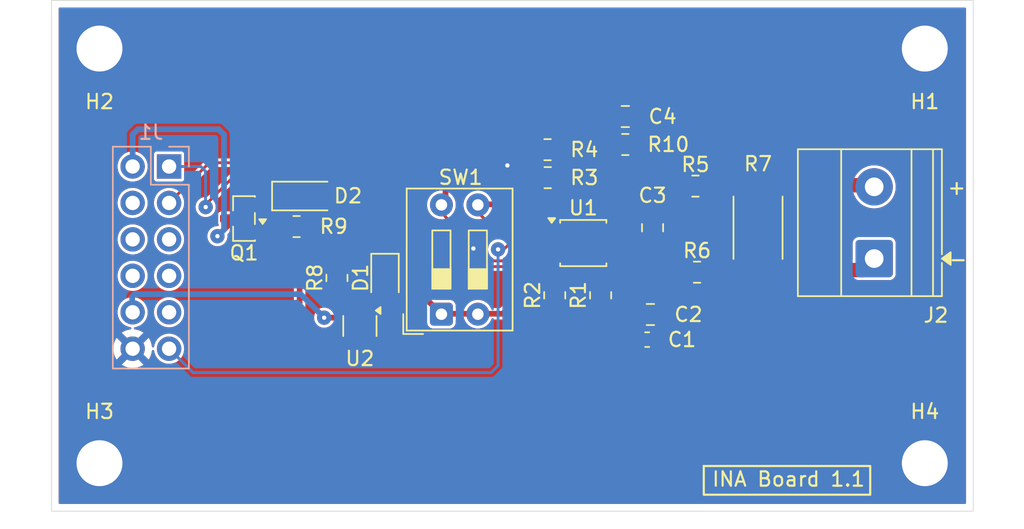
<source format=kicad_pcb>
(kicad_pcb (version 20241229) (generator "pcbnew") (generator_version "9.0")
  (title_block (title "INA_Board") (date "2025-11-15") (rev "1.1") (company "PKl"))
  (layers (0 "F.Cu" signal) (2 "B.Cu" signal) (13 "F.Paste" user) (15 "B.Paste" user) (5 "F.SilkS" user "F.Silkscreen") (7 "B.SilkS" user "B.Silkscreen") (1 "F.Mask" user) (3 "B.Mask" user) (25 "Edge.Cuts" user))
  (net 0 "")
  (net 1 "Net-(D1-K)")
  (net 2 "GND")
  (net 3 "Alert")
  (net 5 "ON")
  (net 11 "Net-(U1-A1)")
  (net 12 "Net-(U1-A0)")
  (net 14 "I2C0_SDA")
  (net 15 "I2C0_SCL")
  (net 16 "3V3_INA")
  (net 17 "INA+")
  (net 18 "INA-")
  (net 19 "3V3_IN")
  (net 20 "3V3_OUT")
  (net 21 "Net-(D2-A)")
  (net 22 "Net-(U1-Vin-)")
  (net 23 "Net-(U1-Vin+)")
  (net 24 "Net-(U1-Vbus)")
  (footprint "MountingHole:MountingHole_3.2mm_M3_DIN965_Pad" (layer "F.Cu") (at 118.95 69.0625)
    (property "Reference" "H2" (at 0 3.7 0) (layer "F.SilkS"))
    (property "Value" "MountingHole_Pad")
    (pad "1" thru_hole circle (at 0 0) (size 5.6 5.6) (drill 3.2) (layers "*.Cu" "*.Mask") (net 2 "GND"))
  )
  (footprint "Resistor_SMD:R_0805_2012Metric" (layer "F.Cu") (at 135.5 85.05 90)
    (property "Reference" "R8" (at 0 -1.5375 90) (layer "F.SilkS"))
    (property "Value" "1K")
    (fp_line (start -0.227064 -0.735) (end 0.227064 -0.735) (stroke (width 0.12)) (layer "F.SilkS"))
    (fp_line (start -0.227064 0.735) (end 0.227064 0.735) (stroke (width 0.12)) (layer "F.SilkS"))
    (pad "1" smd roundrect (at -0.9125 0 90) (size 1.025 1.4) (layers "F.Cu" "F.Mask" "F.Paste") (roundrect_rratio 0.243902) (net 2 "GND"))
    (pad "2" smd roundrect (at 0.9125 0 90) (size 1.025 1.4) (layers "F.Cu" "F.Mask" "F.Paste") (roundrect_rratio 0.243902) (net 1 "Net-(D1-K)"))
  )
  (footprint "MountingHole:MountingHole_3.2mm_M3_DIN965_Pad" (layer "F.Cu") (at 176.475 97.9625)
    (property "Reference" "H4" (at 0 -3.6 0) (layer "F.SilkS"))
    (property "Value" "MountingHole_Pad")
    (pad "1" thru_hole circle (at 0 0) (size 5.6 5.6) (drill 3.2) (layers "*.Cu" "*.Mask") (net 2 "GND"))
  )
  (footprint "Capacitor_SMD:C_0805_2012Metric" (layer "F.Cu") (at 157.5 81.55 90)
    (property "Reference" "C3" (at 2.25 0 0) (layer "F.SilkS"))
    (property "Value" "100nF")
    (fp_line (start -0.261252 -0.735) (end 0.261252 -0.735) (stroke (width 0.12)) (layer "F.SilkS"))
    (fp_line (start -0.261252 0.735) (end 0.261252 0.735) (stroke (width 0.12)) (layer "F.SilkS"))
    (pad "1" smd roundrect (at -0.95 0 90) (size 1 1.45) (layers "F.Cu" "F.Mask" "F.Paste") (net 22 "Net-(U1-Vin-)"))
    (pad "2" smd roundrect (at 0.95 0 90) (size 1 1.45) (layers "F.Cu" "F.Mask" "F.Paste") (net 23 "Net-(U1-Vin+)"))
  )
  (footprint "LED_SMD:LED_0805_2012Metric" (layer "F.Cu") (at 138.85 85.05 -90)
    (property "Reference" "D1" (at 0 1.7 90) (layer "F.SilkS"))
    (property "Value" "LED")
    (fp_line (start -1.685 0.96) (end 1 0.96) (stroke (width 0.12)) (layer "F.SilkS"))
    (fp_line (start -1.685 -0.96) (end -1.685 0.96) (stroke (width 0.12)) (layer "F.SilkS"))
    (fp_line (start 1 -0.96) (end -1.685 -0.96) (stroke (width 0.12)) (layer "F.SilkS"))
    (pad "1" smd roundrect (at -0.9375 0 270) (size 0.975 1.4) (layers "F.Cu" "F.Mask" "F.Paste") (net 1 "Net-(D1-K)"))
    (pad "2" smd roundrect (at 0.9375 0 270) (size 0.975 1.4) (layers "F.Cu" "F.Mask" "F.Paste") (net 16 "3V3_INA"))
  )
  (footprint "Resistor_SMD:R_0805_2012Metric" (layer "F.Cu") (at 160.4875 78.65 180)
    (property "Reference" "R5" (at 0 1.5 0) (layer "F.SilkS"))
    (property "Value" "10R")
    (fp_line (start -0.227064 0.735) (end 0.227064 0.735) (stroke (width 0.12)) (layer "F.SilkS"))
    (fp_line (start -0.227064 -0.735) (end 0.227064 -0.735) (stroke (width 0.12)) (layer "F.SilkS"))
    (pad "1" smd roundrect (at -0.9125 0 180) (size 1.025 1.4) (layers "F.Cu" "F.Mask" "F.Paste") (roundrect_rratio 0.243902) (net 17 "INA+"))
    (pad "2" smd roundrect (at 0.9125 0 180) (size 1.025 1.4) (layers "F.Cu" "F.Mask" "F.Paste") (roundrect_rratio 0.243902) (net 23 "Net-(U1-Vin+)"))
  )
  (footprint "Capacitor_SMD:C_0805_2012Metric" (layer "F.Cu") (at 155.6 73.8 180)
    (property "Reference" "C4" (at -2.6 0 0) (layer "F.SilkS"))
    (property "Value" "100nF")
    (fp_line (start -0.261252 0.735) (end 0.261252 0.735) (stroke (width 0.12)) (layer "F.SilkS"))
    (fp_line (start -0.261252 -0.735) (end 0.261252 -0.735) (stroke (width 0.12)) (layer "F.SilkS"))
    (pad "1" smd roundrect (at -0.95 0 180) (size 1 1.45) (layers "F.Cu" "F.Mask" "F.Paste") (net 2 "GND"))
    (pad "2" smd roundrect (at 0.95 0 180) (size 1 1.45) (layers "F.Cu" "F.Mask" "F.Paste") (net 24 "Net-(U1-Vbus)"))
  )
  (footprint "Button_Switch_THT:SW_DIP_SPSTx02_Slide_9.78x7.26mm_W7.62mm_P2.54mm" (layer "F.Cu") (at 142.7825 87.5775 90)
    (property "Reference" "SW1" (at 9.5375 1.3375 0) (layer "F.SilkS"))
    (property "Value" "SW_DIP_x02")
    (fp_line (start -1.38 -2.66) (end 0.003 -2.66) (stroke (width 0.12)) (layer "F.SilkS"))
    (fp_line (start -1.38 -2.66) (end -1.38 -1.277) (stroke (width 0.12)) (layer "F.SilkS"))
    (fp_line (start 8.76 -2.42) (end 8.76 4.96) (stroke (width 0.12)) (layer "F.SilkS"))
    (fp_line (start -1.14 -2.42) (end 8.76 -2.42) (stroke (width 0.12)) (layer "F.SilkS"))
    (fp_line (start -1.14 -2.42) (end -1.14 4.96) (stroke (width 0.12)) (layer "F.SilkS"))
    (fp_line (start 3.133333 -0.635) (end 3.133333 0.635) (stroke (width 0.12)) (layer "F.SilkS"))
    (fp_line (start 3.133333 1.905) (end 3.133333 3.175) (stroke (width 0.12)) (layer "F.SilkS"))
    (fp_line (start -1.14 4.96) (end 8.76 4.96) (stroke (width 0.12)) (layer "F.SilkS"))
    (fp_rect (start 1.78 -0.635) (end 5.84 0.635) (stroke (width 0.12)) (fill no) (layer "F.SilkS"))
    (fp_rect (start 1.78 -0.635) (end 3.133333 0.635) (stroke (width 0.12)) (fill yes) (layer "F.SilkS"))
    (fp_rect (start 1.78 1.905) (end 5.84 3.175) (stroke (width 0.12)) (fill no) (layer "F.SilkS"))
    (fp_rect (start 1.78 1.905) (end 3.133333 3.175) (stroke (width 0.12)) (fill yes) (layer "F.SilkS"))
    (pad "1" thru_hole roundrect (at 0 0 90) (size 1.6 1.6) (drill 0.8) (layers "*.Cu" "*.Mask") (roundrect_rratio 0.15625) (net 16 "3V3_INA"))
    (pad "2" thru_hole circle (at 0 2.54 90) (size 1.6 1.6) (drill 0.8) (layers "*.Cu" "*.Mask") (net 16 "3V3_INA"))
    (pad "3" thru_hole circle (at 7.62 2.54 90) (size 1.6 1.6) (drill 0.8) (layers "*.Cu" "*.Mask") (net 11 "Net-(U1-A1)"))
    (pad "4" thru_hole circle (at 7.62 0 90) (size 1.6 1.6) (drill 0.8) (layers "*.Cu" "*.Mask") (net 12 "Net-(U1-A0)"))
  )
  (footprint "Resistor_SMD:R_0805_2012Metric" (layer "F.Cu") (at 150.18 76.11 180)
    (property "Reference" "R4" (at -2.5625 0 0) (layer "F.SilkS"))
    (property "Value" "47K")
    (fp_line (start -0.227064 0.735) (end 0.227064 0.735) (stroke (width 0.12)) (layer "F.SilkS"))
    (fp_line (start -0.227064 -0.735) (end 0.227064 -0.735) (stroke (width 0.12)) (layer "F.SilkS"))
    (pad "1" smd roundrect (at -0.9125 0 180) (size 1.025 1.4) (layers "F.Cu" "F.Mask" "F.Paste") (roundrect_rratio 0.243902) (net 2 "GND"))
    (pad "2" smd roundrect (at 0.9125 0 180) (size 1.025 1.4) (layers "F.Cu" "F.Mask" "F.Paste") (roundrect_rratio 0.243902) (net 12 "Net-(U1-A0)"))
  )
  (footprint "Resistor_SMD:R_0805_2012Metric" (layer "F.Cu") (at 160.6 84.65 180)
    (property "Reference" "R6" (at 0 1.5 0) (layer "F.SilkS"))
    (property "Value" "10R")
    (fp_line (start -0.227064 0.735) (end 0.227064 0.735) (stroke (width 0.12)) (layer "F.SilkS"))
    (fp_line (start -0.227064 -0.735) (end 0.227064 -0.735) (stroke (width 0.12)) (layer "F.SilkS"))
    (pad "1" smd roundrect (at -0.9125 0 180) (size 1.025 1.4) (layers "F.Cu" "F.Mask" "F.Paste") (roundrect_rratio 0.243902) (net 18 "INA-"))
    (pad "2" smd roundrect (at 0.9125 0 180) (size 1.025 1.4) (layers "F.Cu" "F.Mask" "F.Paste") (roundrect_rratio 0.243902) (net 22 "Net-(U1-Vin-)"))
  )
  (footprint "Resistor_SMD:R_0805_2012Metric" (layer "F.Cu") (at 155.6 75.75 180)
    (property "Reference" "R10" (at -3 0 0) (layer "F.SilkS"))
    (property "Value" "10R")
    (fp_line (start -0.227064 0.735) (end 0.227064 0.735) (stroke (width 0.12)) (layer "F.SilkS"))
    (fp_line (start -0.227064 -0.735) (end 0.227064 -0.735) (stroke (width 0.12)) (layer "F.SilkS"))
    (pad "1" smd roundrect (at -0.9125 0 180) (size 1.025 1.4) (layers "F.Cu" "F.Mask" "F.Paste") (roundrect_rratio 0.243902) (net 23 "Net-(U1-Vin+)"))
    (pad "2" smd roundrect (at 0.9125 0 180) (size 1.025 1.4) (layers "F.Cu" "F.Mask" "F.Paste") (roundrect_rratio 0.243902) (net 24 "Net-(U1-Vbus)"))
  )
  (footprint "Resistor_SMD:R_0805_2012Metric" (layer "F.Cu") (at 153.88 86.26 -90)
    (property "Reference" "R1" (at 0 1.55 90) (layer "F.SilkS"))
    (property "Value" "0")
    (fp_line (start -0.227064 0.735) (end 0.227064 0.735) (stroke (width 0.12)) (layer "F.SilkS"))
    (fp_line (start -0.227064 -0.735) (end 0.227064 -0.735) (stroke (width 0.12)) (layer "F.SilkS"))
    (pad "1" smd roundrect (at -0.9125 0 270) (size 1.025 1.4) (layers "F.Cu" "F.Mask" "F.Paste") (roundrect_rratio 0.243902) (net 14 "I2C0_SDA"))
    (pad "2" smd roundrect (at 0.9125 0 270) (size 1.025 1.4) (layers "F.Cu" "F.Mask" "F.Paste") (roundrect_rratio 0.243902) (net 16 "3V3_INA"))
  )
  (footprint "Capacitor_SMD:C_0603_1608Metric" (layer "F.Cu") (at 157.125 89.35)
    (property "Reference" "C1" (at 2.425 0 0) (layer "F.SilkS"))
    (property "Value" "1uF")
    (fp_line (start -0.14058 -0.51) (end 0.14058 -0.51) (stroke (width 0.12)) (layer "F.SilkS"))
    (fp_line (start -0.14058 0.51) (end 0.14058 0.51) (stroke (width 0.12)) (layer "F.SilkS"))
    (pad "1" smd roundrect (at -0.775 0) (size 0.9 0.95) (layers "F.Cu" "F.Mask" "F.Paste") (net 16 "3V3_INA"))
    (pad "2" smd roundrect (at 0.775 0) (size 0.9 0.95) (layers "F.Cu" "F.Mask" "F.Paste") (net 2 "GND"))
  )
  (footprint "Package_TO_SOT_SMD:SOT-363_SC-70-6" (layer "F.Cu") (at 137.1 88.4 -90)
    (property "Reference" "U2" (at 2.27 0 0) (layer "F.SilkS"))
    (property "Value" "SIP32431DR3-T1GE3")
    (fp_line (start -0.7 1.16) (end 0.7 1.16) (stroke (width 0.12)) (layer "F.SilkS"))
    (fp_line (start -0.71 -1.16) (end 0.7 -1.16) (stroke (width 0.12)) (layer "F.SilkS"))
    (fp_poly (pts (xy -1.08 -1.11) (xy -1.32 -1.44) (xy -0.84 -1.44) (xy -1.08 -1.11)) (stroke (width 0.12)) (fill yes) (layer "F.SilkS"))
    (pad "1" smd roundrect (at -0.95 -0.65 270) (size 0.65 0.4) (layers "F.Cu" "F.Mask" "F.Paste") (net 16 "3V3_INA"))
    (pad "2" smd roundrect (at -0.95 0 270) (size 0.65 0.4) (layers "F.Cu" "F.Mask" "F.Paste") (net 2 "GND"))
    (pad "3" smd roundrect (at -0.95 0.65 270) (size 0.65 0.4) (layers "F.Cu" "F.Mask" "F.Paste") (net 5 "ON"))
    (pad "4" smd roundrect (at 0.95 0.65 270) (size 0.65 0.4) (layers "F.Cu" "F.Mask" "F.Paste") (net 20 "3V3_OUT"))
    (pad "5" smd roundrect (at 0.95 0 270) (size 0.65 0.4) (layers "F.Cu" "F.Mask" "F.Paste") (net 2 "GND"))
    (pad "6" smd roundrect (at 0.95 -0.65 270) (size 0.65 0.4) (layers "F.Cu" "F.Mask" "F.Paste"))
  )
  (footprint "Package_SO:VSSOP-10_3x3mm_P0.5mm" (layer "F.Cu") (at 152.67 82.62)
    (property "Reference" "U1" (at 0 -2.45 0) (layer "F.SilkS"))
    (property "Value" "INA226AIDGST")
    (fp_line (start -1.61 -1.61) (end 1.61 -1.61) (stroke (width 0.12)) (layer "F.SilkS"))
    (fp_line (start -1.61 -1.41) (end -1.61 -1.61) (stroke (width 0.12)) (layer "F.SilkS"))
    (fp_line (start -1.61 1.61) (end -1.61 1.41) (stroke (width 0.12)) (layer "F.SilkS"))
    (fp_line (start 1.61 -1.61) (end 1.61 -1.41) (stroke (width 0.12)) (layer "F.SilkS"))
    (fp_line (start 1.61 1.41) (end 1.61 1.61) (stroke (width 0.12)) (layer "F.SilkS"))
    (fp_line (start 1.61 1.61) (end -1.61 1.61) (stroke (width 0.12)) (layer "F.SilkS"))
    (fp_poly (pts (xy -2.2 -1.41) (xy -2.44 -1.74) (xy -1.96 -1.74)) (stroke (width 0.12)) (fill yes) (layer "F.SilkS"))
    (pad "1" smd roundrect (at -2.2 -1) (size 1.45 0.3) (layers "F.Cu" "F.Mask" "F.Paste") (net 11 "Net-(U1-A1)"))
    (pad "2" smd roundrect (at -2.2 -0.5) (size 1.45 0.3) (layers "F.Cu" "F.Mask" "F.Paste") (net 12 "Net-(U1-A0)"))
    (pad "3" smd roundrect (at -2.2 0) (size 1.45 0.3) (layers "F.Cu" "F.Mask" "F.Paste") (net 3 "Alert"))
    (pad "4" smd roundrect (at -2.2 0.5) (size 1.45 0.3) (layers "F.Cu" "F.Mask" "F.Paste") (net 14 "I2C0_SDA"))
    (pad "5" smd roundrect (at -2.2 1) (size 1.45 0.3) (layers "F.Cu" "F.Mask" "F.Paste") (net 15 "I2C0_SCL"))
    (pad "6" smd roundrect (at 2.2 1) (size 1.45 0.3) (layers "F.Cu" "F.Mask" "F.Paste") (net 16 "3V3_INA"))
    (pad "7" smd roundrect (at 2.2 0.5) (size 1.45 0.3) (layers "F.Cu" "F.Mask" "F.Paste") (net 2 "GND"))
    (pad "8" smd roundrect (at 2.2 0) (size 1.45 0.3) (layers "F.Cu" "F.Mask" "F.Paste") (net 24 "Net-(U1-Vbus)"))
    (pad "9" smd roundrect (at 2.2 -0.5) (size 1.45 0.3) (layers "F.Cu" "F.Mask" "F.Paste") (net 22 "Net-(U1-Vin-)"))
    (pad "10" smd roundrect (at 2.2 -1) (size 1.45 0.3) (layers "F.Cu" "F.Mask" "F.Paste") (net 23 "Net-(U1-Vin+)"))
  )
  (footprint "Resistor_SMD:R_0805_2012Metric" (layer "F.Cu") (at 150.1925 78.06 180)
    (property "Reference" "R3" (at -2.55 0 0) (layer "F.SilkS"))
    (property "Value" "47K")
    (fp_line (start -0.227064 0.735) (end 0.227064 0.735) (stroke (width 0.12)) (layer "F.SilkS"))
    (fp_line (start -0.227064 -0.735) (end 0.227064 -0.735) (stroke (width 0.12)) (layer "F.SilkS"))
    (pad "1" smd roundrect (at -0.9125 0 180) (size 1.025 1.4) (layers "F.Cu" "F.Mask" "F.Paste") (roundrect_rratio 0.243902) (net 2 "GND"))
    (pad "2" smd roundrect (at 0.9125 0 180) (size 1.025 1.4) (layers "F.Cu" "F.Mask" "F.Paste") (roundrect_rratio 0.243902) (net 11 "Net-(U1-A1)"))
  )
  (footprint "MountingHole:MountingHole_3.2mm_M3_DIN965_Pad" (layer "F.Cu") (at 118.95 97.9625)
    (property "Reference" "H3" (at 0 -3.6 0) (layer "F.SilkS"))
    (property "Value" "MountingHole_Pad")
    (pad "1" thru_hole circle (at 0 0) (size 5.6 5.6) (drill 3.2) (layers "*.Cu" "*.Mask") (net 2 "GND"))
  )
  (footprint "Diode_SMD:D_SOD-123F" (layer "F.Cu") (at 133.19 79.34)
    (property "Reference" "D2" (at 3.08 -0.01 0) (layer "F.SilkS"))
    (property "Value" "BZT52C5V1-DIO")
    (fp_line (start -2.21 -1) (end -2.21 1) (stroke (width 0.12)) (layer "F.SilkS"))
    (fp_line (start -2.21 -1) (end 1.65 -1) (stroke (width 0.12)) (layer "F.SilkS"))
    (fp_line (start -2.21 1) (end 1.65 1) (stroke (width 0.12)) (layer "F.SilkS"))
    (pad "1" smd roundrect (at -1.4 0) (size 1.1 1.1) (layers "F.Cu" "F.Mask" "F.Paste") (roundrect_rratio 0.2272727273) (net 20 "3V3_OUT"))
    (pad "2" smd roundrect (at 1.4 0) (size 1.1 1.1) (layers "F.Cu" "F.Mask" "F.Paste") (roundrect_rratio 0.2272727273) (net 21 "Net-(D2-A)"))
  )
  (footprint "Resistor_SMD:R_0805_2012Metric" (layer "F.Cu") (at 150.68 86.26 90)
    (property "Reference" "R2" (at 0 -1.5375 90) (layer "F.SilkS"))
    (property "Value" "0")
    (fp_line (start -0.227064 -0.735) (end 0.227064 -0.735) (stroke (width 0.12)) (layer "F.SilkS"))
    (fp_line (start -0.227064 0.735) (end 0.227064 0.735) (stroke (width 0.12)) (layer "F.SilkS"))
    (pad "1" smd roundrect (at -0.9125 0 90) (size 1.025 1.4) (layers "F.Cu" "F.Mask" "F.Paste") (roundrect_rratio 0.243902) (net 16 "3V3_INA"))
    (pad "2" smd roundrect (at 0.9125 0 90) (size 1.025 1.4) (layers "F.Cu" "F.Mask" "F.Paste") (roundrect_rratio 0.243902) (net 15 "I2C0_SCL"))
  )
  (footprint "Package_TO_SOT_SMD:SOT-23" (layer "F.Cu") (at 129.0225 80.91 180)
    (property "Reference" "Q1" (at 0 -2.4 0) (layer "F.SilkS"))
    (property "Value" "AO3407A")
    (fp_line (start 0.76 1.56) (end -0.76 1.56) (stroke (width 0.12)) (layer "F.SilkS"))
    (fp_line (start 0.76 0.56) (end 0.76 1.56) (stroke (width 0.12)) (layer "F.SilkS"))
    (fp_line (start 0.76 -1.56) (end 0.76 -0.56) (stroke (width 0.12)) (layer "F.SilkS"))
    (fp_line (start -0.76 1.56) (end -0.76 1.51) (stroke (width 0.12)) (layer "F.SilkS"))
    (fp_line (start -0.76 0.39) (end -0.76 -0.39) (stroke (width 0.12)) (layer "F.SilkS"))
    (fp_line (start -0.76 -1.51) (end -0.76 -1.56) (stroke (width 0.12)) (layer "F.SilkS"))
    (fp_line (start -0.76 -1.56) (end 0.76 -1.56) (stroke (width 0.12)) (layer "F.SilkS"))
    (fp_poly (pts (xy -1.3 -0.38) (xy -1.06 -0.05) (xy -1.54 -0.05)) (stroke (width 0.12)) (fill yes) (layer "F.SilkS"))
    (pad "1" smd roundrect (at -0.9375 -0.95 180) (size 1.475 0.6) (layers "F.Cu" "F.Mask" "F.Paste") (net 21 "Net-(D2-A)"))
    (pad "2" smd roundrect (at -0.9375 0.95 180) (size 1.475 0.6) (layers "F.Cu" "F.Mask" "F.Paste") (net 20 "3V3_OUT"))
    (pad "3" smd roundrect (at 0.9375 0 180) (size 1.475 0.6) (layers "F.Cu" "F.Mask" "F.Paste") (net 19 "3V3_IN"))
  )
  (footprint "MountingHole:MountingHole_3.2mm_M3_DIN965_Pad" (layer "F.Cu") (at 176.475 69.0625)
    (property "Reference" "H1" (at 0 3.7 0) (layer "F.SilkS"))
    (property "Value" "MountingHole_Pad" (hide yes))
    (pad "1" thru_hole circle (at 0 0) (size 5.6 5.6) (drill 3.2) (layers "*.Cu" "*.Mask") (net 2 "GND"))
  )
  (footprint "Capacitor_SMD:C_0805_2012Metric" (layer "F.Cu") (at 157.35 87.6)
    (property "Reference" "C2" (at 2.65 0 0) (layer "F.SilkS"))
    (property "Value" "100nF")
    (fp_line (start -0.261252 -0.735) (end 0.261252 -0.735) (stroke (width 0.12)) (layer "F.SilkS"))
    (fp_line (start -0.261252 0.735) (end 0.261252 0.735) (stroke (width 0.12)) (layer "F.SilkS"))
    (pad "1" smd roundrect (at -0.95 0) (size 1 1.45) (layers "F.Cu" "F.Mask" "F.Paste") (net 16 "3V3_INA"))
    (pad "2" smd roundrect (at 0.95 0) (size 1 1.45) (layers "F.Cu" "F.Mask" "F.Paste") (net 2 "GND"))
  )
  (footprint "Resistor_SMD:R_0805_2012Metric" (layer "F.Cu") (at 132.6875 81.47)
    (property "Reference" "R9" (at 2.59 -0.01 0) (layer "F.SilkS"))
    (property "Value" "100K")
    (fp_line (start -0.227064 -0.735) (end 0.227064 -0.735) (stroke (width 0.12)) (layer "F.SilkS"))
    (fp_line (start -0.227064 0.735) (end 0.227064 0.735) (stroke (width 0.12)) (layer "F.SilkS"))
    (pad "1" smd roundrect (at -0.9125 0) (size 1.025 1.4) (layers "F.Cu" "F.Mask" "F.Paste") (roundrect_rratio 0.243902) (net 2 "GND"))
    (pad "2" smd roundrect (at 0.9125 0) (size 1.025 1.4) (layers "F.Cu" "F.Mask" "F.Paste") (roundrect_rratio 0.243902) (net 21 "Net-(D2-A)"))
  )
  (footprint "TerminalBlock_Phoenix:TerminalBlock_Phoenix_MKDS-1,5-2_1x02_P5.00mm_Horizontal" (layer "F.Cu") (at 172.9475 83.7 90)
    (property "Reference" "J2" (at -3.95 4.3025 0) (layer "F.SilkS"))
    (property "Value" "INA")
    (fp_line (start 7.62 -5.32) (end 7.62 4.72) (stroke (width 0.12)) (layer "F.SilkS"))
    (fp_line (start -2.62 -5.32) (end 7.62 -5.32) (stroke (width 0.12)) (layer "F.SilkS"))
    (fp_line (start -2.62 -2.3) (end 7.62 -2.3) (stroke (width 0.12)) (layer "F.SilkS"))
    (fp_line (start -2.62 2.6) (end 7.62 2.6) (stroke (width 0.12)) (layer "F.SilkS"))
    (fp_line (start -2.62 4.1) (end 7.62 4.1) (stroke (width 0.12)) (layer "F.SilkS"))
    (fp_line (start 7.62 4.72) (end 0.3 4.72) (stroke (width 0.12)) (layer "F.SilkS"))
    (fp_line (start -0.3 4.72) (end -2.62 4.72) (stroke (width 0.12)) (layer "F.SilkS"))
    (fp_line (start -2.62 4.72) (end -2.62 -5.32) (stroke (width 0.12)) (layer "F.SilkS"))
    (fp_poly (pts (xy 0 4.72) (xy 0.44 5.33) (xy -0.44 5.33)) (stroke (width 0.12)) (fill yes) (layer "F.SilkS"))
    (pad "1" thru_hole roundrect (at 0 0 90) (size 2.6 2.6) (drill 1.3) (layers "*.Cu" "*.Mask") (roundrect_rratio 0.096154) (net 18 "INA-"))
    (pad "2" thru_hole circle (at 5 0 90) (size 2.6 2.6) (drill 1.3) (layers "*.Cu" "*.Mask") (net 17 "INA+"))
  )
  (footprint "Resistor_SMD:R_2512_6332Metric" (layer "F.Cu") (at 164.85 81.55 -90)
    (property "Reference" "R7" (at -4.45 0 0) (layer "F.SilkS"))
    (property "Value" "R_SHUNT")
    (fp_line (start -2.177064 1.71) (end 2.177064 1.71) (stroke (width 0.12)) (layer "F.SilkS"))
    (fp_line (start -2.177064 -1.71) (end 2.177064 -1.71) (stroke (width 0.12)) (layer "F.SilkS"))
    (pad "1" smd roundrect (at -2.9625 0 270) (size 1.225 3.35) (layers "F.Cu" "F.Mask" "F.Paste") (roundrect_rratio 0.204082) (net 17 "INA+"))
    (pad "2" smd roundrect (at 2.9625 0 270) (size 1.225 3.35) (layers "F.Cu" "F.Mask" "F.Paste") (roundrect_rratio 0.204082) (net 18 "INA-"))
  )
  (footprint "Connector_PinHeader_2.54mm:PinHeader_2x06_P2.54mm_Vertical" (layer "B.Cu") (at 123.8 77.2825 180)
    (property "Reference" "J1" (at 1.27 2.38 0) (layer "B.SilkS") (effects (justify mirror)))
    (property "Value" "COM")
    (fp_line (start 3.92 1.38) (end 3.92 -14.08) (stroke (width 0.12)) (layer "B.SilkS"))
    (fp_line (start 1.27 1.38) (end 3.92 1.38) (stroke (width 0.12)) (layer "B.SilkS"))
    (fp_line (start 1.27 -1.27) (end 1.27 1.38) (stroke (width 0.12)) (layer "B.SilkS"))
    (fp_line (start -1.38 1.38) (end 0 1.38) (stroke (width 0.12)) (layer "B.SilkS"))
    (fp_line (start -1.38 0) (end -1.38 1.38) (stroke (width 0.12)) (layer "B.SilkS"))
    (fp_line (start -1.38 -1.27) (end 1.27 -1.27) (stroke (width 0.12)) (layer "B.SilkS"))
    (fp_line (start -1.38 -1.27) (end -1.38 -14.08) (stroke (width 0.12)) (layer "B.SilkS"))
    (fp_line (start -1.38 -14.08) (end 3.92 -14.08) (stroke (width 0.12)) (layer "B.SilkS"))
    (pad "1" thru_hole rect (at 0 0 180) (size 1.7 1.7) (drill 1) (layers "*.Cu" "*.Mask") (net 15 "I2C0_SCL"))
    (pad "2" thru_hole circle (at 2.54 0 180) (size 1.7 1.7) (drill 1) (layers "*.Cu" "*.Mask") (net 19 "3V3_IN"))
    (pad "3" thru_hole circle (at 0 -2.54 180) (size 1.7 1.7) (drill 1) (layers "*.Cu" "*.Mask") (net 14 "I2C0_SDA"))
    (pad "4" thru_hole circle (at 2.54 -2.54 180) (size 1.7 1.7) (drill 1) (layers "*.Cu" "*.Mask"))
    (pad "5" thru_hole circle (at 0 -5.08 180) (size 1.7 1.7) (drill 1) (layers "*.Cu" "*.Mask"))
    (pad "6" thru_hole circle (at 2.54 -5.08 180) (size 1.7 1.7) (drill 1) (layers "*.Cu" "*.Mask"))
    (pad "7" thru_hole circle (at 0 -7.62 180) (size 1.7 1.7) (drill 1) (layers "*.Cu" "*.Mask"))
    (pad "8" thru_hole circle (at 2.54 -7.62 180) (size 1.7 1.7) (drill 1) (layers "*.Cu" "*.Mask"))
    (pad "9" thru_hole circle (at 0 -10.16 180) (size 1.7 1.7) (drill 1) (layers "*.Cu" "*.Mask"))
    (pad "10" thru_hole circle (at 2.54 -10.16 180) (size 1.7 1.7) (drill 1) (layers "*.Cu" "*.Mask") (net 5 "ON"))
    (pad "11" thru_hole circle (at 0 -12.7 180) (size 1.7 1.7) (drill 1) (layers "*.Cu" "*.Mask") (net 3 "Alert"))
    (pad "12" thru_hole circle (at 2.54 -12.7 180) (size 1.7 1.7) (drill 1) (layers "*.Cu" "*.Mask") (net 2 "GND"))
  )
  (gr_rect (start 161.07 98.16) (end 172.67 100.16) (stroke (width 0.15)) (fill no) (layer "F.SilkS"))
  (gr_rect (start 115.607152 65.7025) (end 179.85 101.3075) (stroke (width 0.05)) (fill no) (layer "Edge.Cuts"))
  (gr_text "+" (at 178.7 78.7425 0) (layer "F.SilkS") (effects (font (size 1 1))))
  (gr_text "-" (at 178.8 83.7425 0) (layer "F.SilkS") (effects (font (size 1 1))))
  (gr_text "INA Board 1.1" (at 161.57 99.66 0) (layer "F.SilkS") (effects (font (size 1 1)) (justify left bottom)))
  (segment (start 135.5 84.1375) (end 138.825 84.1375) (width 0.4) (layer "F.Cu") (net 1))
  (segment (start 138.825 84.1375) (end 138.85 84.1125) (width 0.4) (layer "F.Cu") (net 1))
  (segment (start 135.73 86.18) (end 135.81 86.26) (width 0.4) (layer "F.Cu") (net 2))
  (via (at 145.01 83) (size 1) (drill 0.3) (layers "F.Cu" "B.Cu") (net 2))
  (via (at 147.38 77.21) (size 1) (drill 0.3) (layers "F.Cu" "B.Cu") (net 2))
  (segment (start 147.58 82.61) (end 150.46 82.61) (width 0.2) (layer "F.Cu") (net 3))
  (segment (start 147.13 83.06) (end 147.58 82.61) (width 0.2) (layer "F.Cu") (net 3))
  (segment (start 150.46 82.61) (end 150.47 82.62) (width 0.2) (layer "F.Cu") (net 3))
  (segment (start 146.73 83.06) (end 147.13 83.06) (width 0.2) (layer "F.Cu") (net 3))
  (via (at 146.73 83.06) (size 1) (drill 0.3) (layers "F.Cu" "B.Cu") (net 3))
  (segment (start 146.73 91.17) (end 146.2525 91.6475) (width 0.2) (layer "B.Cu") (net 3))
  (segment (start 125.465 91.6475) (end 123.8 89.9825) (width 0.2) (layer "B.Cu") (net 3))
  (segment (start 146.2525 91.6475) (end 125.465 91.6475) (width 0.2) (layer "B.Cu") (net 3))
  (segment (start 146.73 83.06) (end 146.73 91.17) (width 0.2) (layer "B.Cu") (net 3))
  (segment (start 136.08 87.82) (end 134.61 87.82) (width 0.4) (layer "F.Cu") (net 5))
  (segment (start 136.45 87.45) (end 136.08 87.82) (width 0.4) (layer "F.Cu") (net 5))
  (via (at 134.61 87.82) (size 1) (drill 0.3) (layers "F.Cu" "B.Cu") (net 5))
  (segment (start 121.41 86.18) (end 121.23 86.36) (width 0.4) (layer "B.Cu") (net 5))
  (segment (start 121.23 86.36) (end 121.23 87.4125) (width 0.4) (layer "B.Cu") (net 5))
  (segment (start 134.61 87.82) (end 132.97 86.18) (width 0.4) (layer "B.Cu") (net 5))
  (segment (start 132.97 86.18) (end 121.41 86.18) (width 0.4) (layer "B.Cu") (net 5))
  (segment (start 145.5825 79.9275) (end 145.66 80.005) (width 0.2) (layer "F.Cu") (net 11))
  (segment (start 145.5825 80.7325) (end 146.05 81.2) (width 0.2) (layer "F.Cu") (net 11))
  (segment (start 149.49 81.62) (end 150.47 81.62) (width 0.2) (layer "F.Cu") (net 11))
  (segment (start 145.5825 79.9275) (end 145.59 79.92) (width 0.4) (layer "F.Cu") (net 11))
  (segment (start 146.05 81.2) (end 149.07 81.2) (width 0.2) (layer "F.Cu") (net 11))
  (segment (start 145.5825 79.9275) (end 145.5825 80.7325) (width 0.2) (layer "F.Cu") (net 11))
  (segment (start 149.07 81.2) (end 149.49 81.62) (width 0.2) (layer "F.Cu") (net 11))
  (segment (start 145.59 79.92) (end 147.42 79.92) (width 0.4) (layer "F.Cu") (net 11))
  (segment (start 147.42 79.92) (end 149.28 78.06) (width 0.4) (layer "F.Cu") (net 11))
  (segment (start 143.07 77.07) (end 144.03 76.11) (width 0.4) (layer "F.Cu") (net 12))
  (segment (start 143.0425 80.7725) (end 144.38 82.11) (width 0.2) (layer "F.Cu") (net 12))
  (segment (start 144.38 82.11) (end 150.46 82.11) (width 0.2) (layer "F.Cu") (net 12))
  (segment (start 143.0425 79.9275) (end 143.0425 80.7725) (width 0.2) (layer "F.Cu") (net 12))
  (segment (start 144.03 76.11) (end 149.2675 76.11) (width 0.4) (layer "F.Cu") (net 12))
  (segment (start 143.0425 79.9275) (end 143.07 79.9) (width 0.4) (layer "F.Cu") (net 12))
  (segment (start 143.07 79.9) (end 143.07 77.07) (width 0.4) (layer "F.Cu") (net 12))
  (segment (start 150.46 82.11) (end 150.47 82.12) (width 0.2) (layer "F.Cu") (net 12))
  (segment (start 150.46 83.11) (end 148.24 83.11) (width 0.2) (layer "F.Cu") (net 14))
  (segment (start 137.51 77.02) (end 126.6025 77.02) (width 0.2) (layer "F.Cu") (net 14))
  (segment (start 150.47 83.12) (end 151.6525 83.12) (width 0.2) (layer "F.Cu") (net 14))
  (segment (start 151.6525 83.12) (end 153.88 85.3475) (width 0.2) (layer "F.Cu") (net 14))
  (segment (start 144.35 83.86) (end 137.51 77.02) (width 0.2) (layer "F.Cu") (net 14))
  (segment (start 148.24 83.11) (end 147.49 83.86) (width 0.2) (layer "F.Cu") (net 14))
  (segment (start 126.6025 77.02) (end 123.8 79.8225) (width 0.2) (layer "F.Cu") (net 14))
  (segment (start 147.49 83.86) (end 144.35 83.86) (width 0.2) (layer "F.Cu") (net 14))
  (segment (start 150.47 83.12) (end 150.46 83.11) (width 0.2) (layer "F.Cu") (net 14))
  (segment (start 151.31 83.81) (end 151.31 84.7175) (width 0.2) (layer "F.Cu") (net 15))
  (segment (start 147.7 84.26) (end 148.34 83.62) (width 0.2) (layer "F.Cu") (net 15))
  (segment (start 126.35 80.11) (end 126.35 79.94) (width 0.2) (layer "F.Cu") (net 15))
  (segment (start 137.37 77.45) (end 144.18 84.26) (width 0.2) (layer "F.Cu") (net 15))
  (segment (start 150.47 83.62) (end 151.12 83.62) (width 0.2) (layer "F.Cu") (net 15))
  (segment (start 148.34 83.62) (end 150.47 83.62) (width 0.2) (layer "F.Cu") (net 15))
  (segment (start 144.18 84.26) (end 147.7 84.26) (width 0.2) (layer "F.Cu") (net 15))
  (segment (start 126.35 79.94) (end 128.84 77.45) (width 0.2) (layer "F.Cu") (net 15))
  (segment (start 128.84 77.45) (end 137.37 77.45) (width 0.2) (layer "F.Cu") (net 15))
  (segment (start 151.31 84.7175) (end 150.68 85.3475) (width 0.2) (layer "F.Cu") (net 15))
  (segment (start 151.12 83.62) (end 151.31 83.81) (width 0.2) (layer "F.Cu") (net 15))
  (via (at 126.35 80.11) (size 1) (drill 0.3) (layers "F.Cu" "B.Cu") (net 15))
  (segment (start 126.34 80.1) (end 126.34 77.61) (width 0.2) (layer "B.Cu") (net 15))
  (segment (start 126.34 77.61) (end 126.0125 77.2825) (width 0.2) (layer "B.Cu") (net 15))
  (segment (start 126.35 80.11) (end 126.34 80.1) (width 0.2) (layer "B.Cu") (net 15))
  (segment (start 126.0125 77.2825) (end 123.8 77.2825) (width 0.2) (layer "B.Cu") (net 15))
  (segment (start 147.4375 87.1725) (end 147.0625 87.5475) (width 0.4) (layer "F.Cu") (net 16))
  (segment (start 156.33 89.33) (end 156.33 86.96) (width 0.2) (layer "F.Cu") (net 16))
  (segment (start 155.0175 87.1725) (end 155.58 86.61) (width 0.2) (layer "F.Cu") (net 16))
  (segment (start 156.33 86.91) (end 155.58 86.16) (width 0.2) (layer "F.Cu") (net 16))
  (segment (start 154.86 83.61) (end 154.87 83.62) (width 0.2) (layer "F.Cu") (net 16))
  (segment (start 141.1925 85.9875) (end 142.7825 87.5775) (width 0.4) (layer "F.Cu") (net 16))
  (segment (start 155.58 83.77) (end 155.58 86.16) (width 0.2) (layer "F.Cu") (net 16))
  (segment (start 150.68 87.1725) (end 147.4375 87.1725) (width 0.4) (layer "F.Cu") (net 16))
  (segment (start 147.0625 87.5475) (end 143.0425 87.5475) (width 0.4) (layer "F.Cu") (net 16))
  (segment (start 138.85 85.9875) (end 138.85 86.35) (width 0.4) (layer "F.Cu") (net 16))
  (segment (start 156.35 89.35) (end 156.33 89.33) (width 0.2) (layer "F.Cu") (net 16))
  (segment (start 155.58 86.16) (end 155.58 86.61) (width 0.2) (layer "F.Cu") (net 16))
  (segment (start 138.85 85.9875) (end 141.1925 85.9875) (width 0.4) (layer "F.Cu") (net 16))
  (segment (start 138.85 86.35) (end 137.75 87.45) (width 0.4) (layer "F.Cu") (net 16))
  (segment (start 153.88 87.1725) (end 155.0175 87.1725) (width 0.2) (layer "F.Cu") (net 16))
  (segment (start 150.68 87.1725) (end 153.88 87.1725) (width 0.4) (layer "F.Cu") (net 16))
  (segment (start 155.43 83.62) (end 155.58 83.77) (width 0.2) (layer "F.Cu") (net 16))
  (segment (start 154.87 83.62) (end 155.43 83.62) (width 0.2) (layer "F.Cu") (net 16))
  (segment (start 172.6925 78.5875) (end 173.2025 79.0975) (width 1) (layer "F.Cu") (net 17))
  (segment (start 172.96 78.6925) (end 172.4925 79.16) (width 1) (layer "F.Cu") (net 17))
  (segment (start 164.85 78.5875) (end 164.7875 78.65) (width 0.2) (layer "F.Cu") (net 17))
  (segment (start 164.7875 78.65) (end 161.4 78.65) (width 0.2) (layer "F.Cu") (net 17))
  (segment (start 164.85 78.5875) (end 172.6925 78.5875) (width 1) (layer "F.Cu") (net 17))
  (segment (start 164.8625 84.5) (end 172.1525 84.5) (width 1) (layer "F.Cu") (net 18))
  (segment (start 163.525 84.5125) (end 164.85 84.5125) (width 0.2) (layer "F.Cu") (net 18))
  (segment (start 164.0375 84.6) (end 161.3 84.6) (width 0.2) (layer "F.Cu") (net 18))
  (segment (start 164.125 84.5125) (end 164.0375 84.6) (width 0.2) (layer "F.Cu") (net 18))
  (segment (start 164.85 84.5125) (end 164.125 84.5125) (width 0.2) (layer "F.Cu") (net 18))
  (segment (start 172.1525 84.5) (end 172.96 83.6925) (width 1) (layer "F.Cu") (net 18))
  (segment (start 164.85 84.5125) (end 164.8625 84.5) (width 1) (layer "F.Cu") (net 18))
  (segment (start 128.085 81.225) (end 127.17 82.14) (width 0.4) (layer "F.Cu") (net 19))
  (segment (start 128.085 80.91) (end 128.085 81.225) (width 0.4) (layer "F.Cu") (net 19))
  (via (at 127.17 82.14) (size 1) (drill 0.3) (layers "F.Cu" "B.Cu") (net 19))
  (segment (start 127.26 74.69) (end 121.62 74.69) (width 0.4) (layer "B.Cu") (net 19))
  (segment (start 127.63 75.06) (end 127.26 74.69) (width 0.4) (layer "B.Cu") (net 19))
  (segment (start 121.62 74.69) (end 121.26 75.05) (width 0.4) (layer "B.Cu") (net 19))
  (segment (start 127.63 81.68) (end 127.63 75.06) (width 0.4) (layer "B.Cu") (net 19))
  (segment (start 127.17 82.14) (end 127.63 81.68) (width 0.4) (layer "B.Cu") (net 19))
  (segment (start 121.26 75.05) (end 121.26 77.2825) (width 0.4) (layer "B.Cu") (net 19))
  (segment (start 132.9 85) (end 135.89 82.01) (width 0.4) (layer "F.Cu") (net 20))
  (segment (start 136.29 89.51) (end 134.46 89.51) (width 0.4) (layer "F.Cu") (net 20))
  (segment (start 132.58 78.02) (end 131.79 78.81) (width 0.4) (layer "F.Cu") (net 20))
  (segment (start 134.46 89.51) (end 132.9 87.95) (width 0.4) (layer "F.Cu") (net 20))
  (segment (start 131.79 78.81) (end 131.79 79.34) (width 0.4) (layer "F.Cu") (net 20))
  (segment (start 130.58 79.34) (end 129.96 79.96) (width 0.4) (layer "F.Cu") (net 20))
  (segment (start 135.89 82.01) (end 135.89 78.4) (width 0.4) (layer "F.Cu") (net 20))
  (segment (start 136.45 89.35) (end 136.29 89.51) (width 0.4) (layer "F.Cu") (net 20))
  (segment (start 132.9 87.95) (end 132.9 85) (width 0.4) (layer "F.Cu") (net 20))
  (segment (start 131.79 79.34) (end 130.58 79.34) (width 0.4) (layer "F.Cu") (net 20))
  (segment (start 135.51 78.02) (end 132.58 78.02) (width 0.4) (layer "F.Cu") (net 20))
  (segment (start 135.89 78.4) (end 135.51 78.02) (width 0.4) (layer "F.Cu") (net 20))
  (segment (start 130.33 83.49) (end 129.93 83.09) (width 0.4) (layer "F.Cu") (net 21))
  (segment (start 129.93 83.09) (end 129.93 81.89) (width 0.4) (layer "F.Cu") (net 21))
  (segment (start 129.93 81.89) (end 129.96 81.86) (width 0.4) (layer "F.Cu") (net 21))
  (segment (start 132.46 83.49) (end 130.33 83.49) (width 0.4) (layer "F.Cu") (net 21))
  (segment (start 134.59 79.34) (end 133.6 80.33) (width 0.4) (layer "F.Cu") (net 21))
  (segment (start 133.6 80.33) (end 133.6 81.47) (width 0.4) (layer "F.Cu") (net 21))
  (segment (start 133.6 81.47) (end 133.6 82.35) (width 0.4) (layer "F.Cu") (net 21))
  (segment (start 133.6 82.35) (end 132.46 83.49) (width 0.4) (layer "F.Cu") (net 21))
  (segment (start 159.6875 83.6375) (end 159.6875 84.3875) (width 0.2) (layer "F.Cu") (net 22))
  (segment (start 158.55 82.5) (end 159.6875 83.6375) (width 0.2) (layer "F.Cu") (net 22))
  (segment (start 156.41 82.11) (end 156.8 82.5) (width 0.2) (layer "F.Cu") (net 22))
  (segment (start 154.88 82.11) (end 156.41 82.11) (width 0.2) (layer "F.Cu") (net 22))
  (segment (start 156.8 82.5) (end 157.5 82.5) (width 0.2) (layer "F.Cu") (net 22))
  (segment (start 157.5 82.5) (end 158.55 82.5) (width 0.2) (layer "F.Cu") (net 22))
  (segment (start 154.87 82.12) (end 154.88 82.11) (width 0.2) (layer "F.Cu") (net 22))
  (segment (start 156.5 75.7625) (end 156.5 78.25) (width 0.2) (layer "F.Cu") (net 23))
  (segment (start 156.33 81.62) (end 154.87 81.62) (width 0.2) (layer "F.Cu") (net 23))
  (segment (start 158.975 80.6) (end 157.35 80.6) (width 0.2) (layer "F.Cu") (net 23))
  (segment (start 156.5 78.25) (end 157 78.75) (width 0.2) (layer "F.Cu") (net 23))
  (segment (start 159.65 79.925) (end 158.975 80.6) (width 0.2) (layer "F.Cu") (net 23))
  (segment (start 157 78.75) (end 159.475 78.75) (width 0.2) (layer "F.Cu") (net 23))
  (segment (start 159.65 78.725) (end 159.65 79.925) (width 0.2) (layer "F.Cu") (net 23))
  (segment (start 156.5125 76.1) (end 156.5125 75.75) (width 0.2) (layer "F.Cu") (net 23))
  (segment (start 156.5125 75.75) (end 156.5 75.7625) (width 0.2) (layer "F.Cu") (net 23))
  (segment (start 159.475 78.75) (end 159.575 78.65) (width 0.2) (layer "F.Cu") (net 23))
  (segment (start 159.575 78.65) (end 159.65 78.725) (width 0.2) (layer "F.Cu") (net 23))
  (segment (start 157.35 80.6) (end 156.33 81.62) (width 0.2) (layer "F.Cu") (net 23))
  (segment (start 152.92 82.62) (end 152.4 82.1) (width 0.2) (layer "F.Cu") (net 24))
  (segment (start 152.4 82.1) (end 152.4 76.9) (width 0.2) (layer "F.Cu") (net 24))
  (segment (start 154.87 82.62) (end 152.92 82.62) (width 0.2) (layer "F.Cu") (net 24))
  (segment (start 154.6875 74.1375) (end 154.65 74.1) (width 0.2) (layer "F.Cu") (net 24))
  (segment (start 152.4 76.9) (end 153.2 76.1) (width 0.2) (layer "F.Cu") (net 24))
  (segment (start 154.6875 76.1) (end 154.6875 74.1375) (width 0.2) (layer "F.Cu") (net 24))
  (segment (start 153.2 76.1) (end 154.6875 76.1) (width 0.2) (layer "F.Cu") (net 24))
  (zone (net 2) (net_name "GND") (layers "F.Cu" "B.Cu") (connect_pads (clearance 0.2)) (min_thickness 0.16) (fill yes (thermal_gap 0.5) (thermal_bridge_width 0.5))
    (polygon (pts (xy 179.85 65.7125) (xy 179.85 101.3125) (xy 115.6 101.3125) (xy 115.6 65.7125)))
  )
)
</source>
